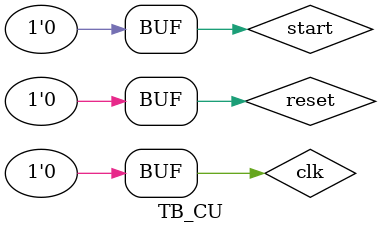
<source format=v>
`timescale 1ns/1ns

module TB_CU();
  
 reg clk=0;
 reg reset =0;
 reg start = 0;
 wire ready;
 wire [19:0]E;
 
wired uut(clk, reset, start, ready, E);

initial repeat (2000) begin clk=~clk; #50; end
  
  initial begin
      
    reset=1;
    
    #100;
 
     reset=0;
    
    start = 1 ;
    #100;
    start = 0;
     #100;
  
  end
endmodule

    


</source>
